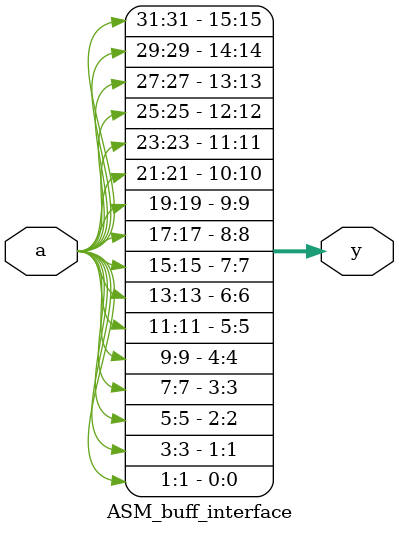
<source format=v>
`timescale 1ns / 1ps


module ASM_buff_interface(
    input [31:0] a,
    output [15:0] y
    );
    
   assign y = {a[31],a[29],a[27],a[25],a[23],a[21],a[19],a[17],a[15],a[13],a[11],a[9],a[7],a[5],a[3],a[1]}; 
    
endmodule

</source>
